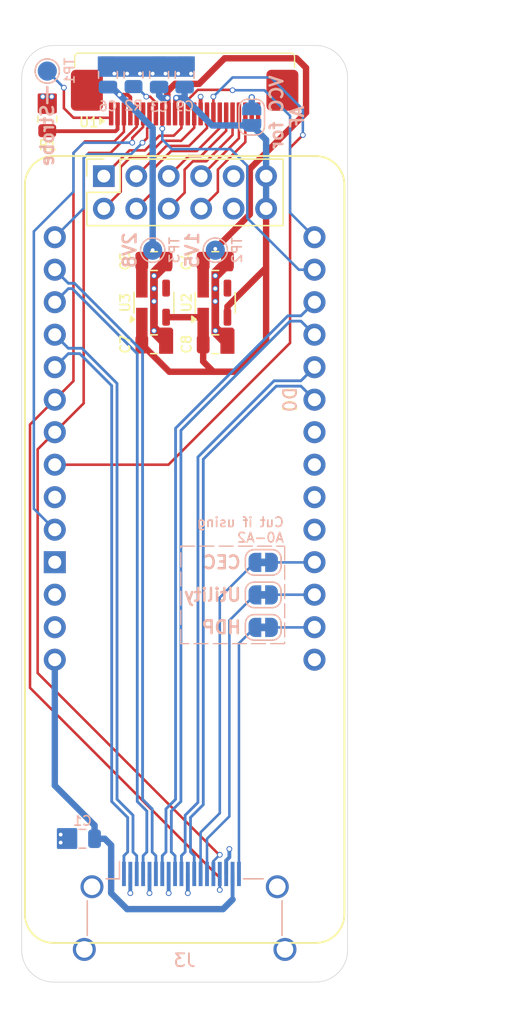
<source format=kicad_pcb>
(kicad_pcb (version 20241229) (generator "pcbnew") (generator_version "9.0")
  (layers (0 "F.Cu" signal) (4 "In1.Cu" signal) (6 "In2.Cu" signal) (2 "B.Cu" signal) (13 "F.Paste" user) (15 "B.Paste" user) (5 "F.SilkS" user "F.Silkscreen") (7 "B.SilkS" user "B.Silkscreen") (1 "F.Mask" user) (3 "B.Mask" user) (25 "Edge.Cuts" user))
  (net 0 "")
  (net 1 "/HDMI_D2+")
  (net 2 "/SDA")
  (net 3 "+5V")
  (net 4 "GND")
  (net 5 "/HDMI_D0+")
  (net 6 "/HDMI_HPD")
  (net 7 "/HDMI_D2-")
  (net 8 "/SCL")
  (net 9 "/HDMI_CK-")
  (net 10 "/HDMI_D1+")
  (net 11 "/HDMI_CK+")
  (net 12 "/HDMI_Utility")
  (net 13 "/HDMI_D0-")
  (net 14 "+3V3")
  (net 16 "/CAM_PCLK")
  (net 18 "/RST")
  (net 19 "/CAM_VSYNC")
  (net 20 "/CAM_HSYNC")
  (net 21 "/HDMI_D1-")
  (net 22 "/HDMI_CEC")
  (net 24 "+1V5")
  (net 26 "+2V8")
  (net 27 "/FPGA_CEC")
  (net 28 "/FPGA_HPD")
  (net 29 "/FPGA_Utility")
  (net 30 "GNDA")
  (net 31 "Net-(U1-PDWN)")
  (net 32 "/Strobe")
  (net 33 "/CAM_CLK")
  (net 35 "/CAM_D2")
  (net 36 "/CAM_D8")
  (net 37 "/CAM_D9")
  (net 38 "/CAM_D5")
  (net 39 "/CAM_D4")
  (net 40 "/CAM_D7")
  (net 41 "/CAM_D6")
  (net 42 "/CAM_D3")
  (net 43 "Net-(JP4-B)")
  (footprint "Capacitor_SMD:C_0805_2012Metric" (layer "F.Cu") (at 137.6 65.35)
    (property "Reference" "C5")
    (property "Value" "10u")
  )
  (footprint "Connector_PinSocket_2.54mm:PinSocket_2x06_P2.54mm_Vertical" (layer "F.Cu") (at 133.675 58.71 90)
    (property "Reference" "J2" (hide yes))
    (property "Value" "Conn_02x06_Odd_Even")
  )
  (footprint "Connectors_FFC-FPC_Custom:XYECONN_FPC02-S0.5-24AH2.0_24Pin_P0.5mm" (layer "F.Cu") (at 140 52)
    (property "Reference" "U1")
    (property "Value" "OV5640")
  )
  (footprint "Capacitor_SMD:C_0805_2012Metric" (layer "F.Cu") (at 142.4 71.85)
    (property "Reference" "C8")
    (property "Value" "10u")
  )
  (footprint "Package_TO_SOT_SMD:SOT-23-5" (layer "F.Cu") (at 142.4 68.6 90)
    (property "Reference" "U2")
    (property "Value" "TLV71315PDBV")
  )
  (footprint "arduino-library:Arduino_MKR_Zero_Socket" (layer "F.Cu") (at 129.75 116.39 90)
    (property "Reference" "J1" (hide yes))
    (property "Value" "Arduino_MKR_Zero_Socket")
  )
  (footprint "Resistor_SMD:R_0805_2012Metric" (layer "F.Cu") (at 129.25 54.25 90)
    (property "Reference" "R1")
    (property "Value" "0R")
  )
  (footprint "Capacitor_SMD:C_0805_2012Metric" (layer "F.Cu") (at 137.6 71.85)
    (property "Reference" "C7")
    (property "Value" "10u")
  )
  (footprint "Package_TO_SOT_SMD:SOT-23-5" (layer "F.Cu") (at 137.6 68.6 90)
    (property "Reference" "U3")
    (property "Value" "TLV71328PDBV")
  )
  (footprint "Capacitor_SMD:C_0805_2012Metric" (layer "F.Cu") (at 142.4 65.35)
    (property "Reference" "C4")
    (property "Value" "10u")
  )
  (footprint "Jumper:SolderJumper-2_P1.3mm_Bridged_RoundedPad1.0x1.5mm" (layer "B.Cu") (at 146.15 93.98 180)
    (property "Reference" "JP3" (hide yes))
    (property "Value" "SolderJumper_2_Bridged")
  )
  (footprint "Resistor_SMD:R_0805_2012Metric" (layer "B.Cu") (at 136 50.8 90)
    (property "Reference" "R2")
    (property "Value" "10k")
  )
  (footprint "Capacitor_SMD:C_0805_2012Metric" (layer "B.Cu") (at 134 50.8 90)
    (property "Reference" "C6")
    (property "Value" "100n")
  )
  (footprint "Jumper:SolderJumper-2_P1.3mm_Bridged_RoundedPad1.0x1.5mm" (layer "B.Cu") (at 146.15 88.9 180)
    (property "Reference" "JP1" (hide yes))
    (property "Value" "SolderJumper_2_Bridged")
  )
  (footprint "TestPoint:TestPoint_Pad_D1.5mm" (layer "B.Cu") (at 137.5 64.5 180)
    (property "Reference" "TP3")
    (property "Value" "TestPoint")
  )
  (footprint "Capacitor_SMD:C_0805_2012Metric" (layer "B.Cu") (at 132 110.5 180)
    (property "Reference" "C1")
    (property "Value" "100n")
  )
  (footprint "Jumper:SolderJumper-2_P1.3mm_Bridged_RoundedPad1.0x1.5mm" (layer "B.Cu") (at 146.15 91.44 180)
    (property "Reference" "JP2" (hide yes))
    (property "Value" "SolderJumper_2_Bridged")
  )
  (footprint "Connector_Video:HDMI_A_Amphenol_10029449-x01xLF_Horizontal" (layer "B.Cu") (at 140 118.25 180)
    (property "Reference" "J3")
    (property "Value" "HDMI_A")
  )
  (footprint "TestPoint:TestPoint_Pad_D1.5mm" (layer "B.Cu") (at 129.25 50.5 180)
    (property "Reference" "TP1")
    (property "Value" "TestPoint_Small")
  )
  (footprint "Jumper:SolderJumper-2_P1.3mm_Open_RoundedPad1.0x1.5mm" (layer "B.Cu") (at 145.25 54.1 90)
    (property "Reference" "JP4" (hide yes))
    (property "Value" "SolderJumper_2_Open")
  )
  (footprint "TestPoint:TestPoint_Pad_D1.5mm" (layer "B.Cu") (at 142.4 64.5 180)
    (property "Reference" "TP2")
    (property "Value" "TestPoint")
  )
  (footprint "Capacitor_SMD:C_0805_2012Metric" (layer "B.Cu") (at 138 50.8 90)
    (property "Reference" "C3")
    (property "Value" "100n")
  )
  (footprint "Capacitor_SMD:C_0805_2012Metric" (layer "B.Cu") (at 140 50.8 -90)
    (property "Reference" "C9")
    (property "Value" "100n")
  )
  (gr_line (start 129.25 51.75) (end 129.25 53) (stroke (width 0.2)) (layer "B.SilkS"))
  (gr_rect (start 139.7 87.63) (end 147.828 95.25) (stroke (width 0.1) (type dash)) (fill no) (layer "B.SilkS"))
  (gr_line (start 127.25 51) (end 127.25 119.2) (stroke (width 0.05)) (layer "Edge.Cuts"))
  (gr_arc (start 127.25 51) (mid 127.982233 49.232233) (end 129.75 48.5) (stroke (width 0.05)) (layer "Edge.Cuts"))
  (gr_line (start 152.75 51) (end 152.75 119.2) (stroke (width 0.05)) (layer "Edge.Cuts"))
  (gr_arc (start 150.25 48.5) (mid 152.017767 49.232233) (end 152.75 51) (stroke (width 0.05)) (layer "Edge.Cuts"))
  (gr_arc (start 129.75 121.7) (mid 127.982233 120.967767) (end 127.25 119.2) (stroke (width 0.05)) (layer "Edge.Cuts"))
  (gr_arc (start 152.75 119.2) (mid 152.017767 120.967767) (end 150.25 121.7) (stroke (width 0.05)) (layer "Edge.Cuts"))
  (gr_line (start 129.75 121.7) (end 150.25 121.7) (stroke (width 0.05)) (layer "Edge.Cuts"))
  (gr_line (start 150.25 48.5) (end 129.75 48.5) (stroke (width 0.05)) (layer "Edge.Cuts"))
  (gr_text "Utility" (at 144.526 91.44 0) (layer "B.SilkS") (effects (font (size 1 1) (thickness 0.2) (bold yes)) (justify left mirror)))
  (gr_text "VCC for \nAF" (at 148 54.1 90) (layer "B.SilkS") (effects (font (size 1 1) (thickness 0.2) (bold yes)) (justify mirror)))
  (gr_text "2V8" (at 135.7 64.5 90) (layer "B.SilkS") (effects (font (size 1 1) (thickness 0.2) (bold yes)) (justify mirror)))
  (gr_text "CEC" (at 144.5 88.9 0) (layer "B.SilkS") (effects (font (size 1 1) (thickness 0.2) (bold yes)) (justify left mirror)))
  (gr_text "1V5" (at 140.6 64.5 90) (layer "B.SilkS") (effects (font (size 1 1) (thickness 0.2) (bold yes)) (justify mirror)))
  (gr_text "HDP" (at 144.526 93.98 0) (layer "B.SilkS") (effects (font (size 1 1) (thickness 0.2) (bold yes)) (justify left mirror)))
  (gr_text "Strobe" (at 129.25 53 90) (layer "B.SilkS") (effects (font (size 1 1) (thickness 0.2) (bold yes)) (justify left mirror)))
  (gr_text_box "Cut if using A0-A2" (start 139.7 85.09) (end 148.844 87.63) (margins 1.0025 1.0025 1.0025 1.0025) (layer "B.SilkS") (effects (font (size 0.75 0.75) (thickness 0.13) (bold yes)) (justify left mirror)) (border no))
  (segment (start 135.25 111.824999) (end 135.5409 111.534099) (width 0.2182) (layer "B.Cu") (net 1))
  (segment (start 135.5409 111.534099) (end 135.5409 108.836612) (width 0.2182) (layer "B.Cu") (net 1))
  (segment (start 131.788589 72.584301) (end 130.900899 72.584301) (width 0.2182) (layer "B.Cu") (net 1))
  (segment (start 134.2909 75.086612) (end 131.788589 72.584301) (width 0.2182) (layer "B.Cu") (net 1))
  (segment (start 135.5409 108.836612) (end 134.2909 107.586612) (width 0.2182) (layer "B.Cu") (net 1))
  (segment (start 134.2909 107.586612) (end 134.2909 75.086612) (width 0.2182) (layer "B.Cu") (net 1))
  (segment (start 130.900899 72.584301) (end 129.84 73.6452) (width 0.2182) (layer "B.Cu") (net 1))
  (segment (start 135.25 113.25) (end 135.25 111.824999) (width 0.2182) (layer "B.Cu") (net 1))
  (segment (start 131.3 74.7252) (end 129.84 76.1852) (width 0.2) (layer "F.Cu") (net 2))
  (segment (start 132.2 56) (end 131.3 56.9) (width 0.2) (layer "F.Cu") (net 2))
  (segment (start 134.5 56) (end 132.2 56) (width 0.2) (layer "F.Cu") (net 2))
  (segment (start 127.9 78.1252) (end 129.84 76.1852) (width 0.2) (layer "F.Cu") (net 2))
  (segment (start 131.3 56.9) (end 131.3 74.7252) (width 0.2) (layer "F.Cu") (net 2))
  (segment (start 127.9 98.7) (end 127.9 78.1252) (width 0.2) (layer "F.Cu") (net 2))
  (segment (start 135.25 55.25) (end 134.5 56) (width 0.2) (layer "F.Cu") (net 2))
  (segment (start 135.25 53.85) (end 135.25 55.25) (width 0.2) (layer "F.Cu") (net 2))
  (segment (start 142.75 113.55) (end 127.9 98.7) (width 0.2) (layer "F.Cu") (net 2))
  (segment (start 142.75 114.5) (end 142.75 113.55) (width 0.2) (layer "F.Cu") (net 2))
  (via (at 142.75 114.5) (size 0.45) (drill 0.3) (layers "F.Cu" "B.Cu") (net 2))
  (segment (start 142.75 113.25) (end 142.75 114.5) (width 0.2) (layer "B.Cu") (net 2))
  (segment (start 133.75 110.5) (end 132.95 110.5) (width 0.5) (layer "B.Cu") (net 3))
  (segment (start 129.84 106.34) (end 129.84 105.25) (width 0.5) (layer "B.Cu") (net 3))
  (segment (start 134.25 114.75) (end 134.25 111) (width 0.5) (layer "B.Cu") (net 3))
  (segment (start 135.5 116) (end 134.25 114.75) (width 0.5) (layer "B.Cu") (net 3))
  (segment (start 143.75 115.25) (end 143 116) (width 0.5) (layer "B.Cu") (net 3))
  (segment (start 132.95 109.45) (end 129.84 106.34) (width 0.5) (layer "B.Cu") (net 3))
  (segment (start 134.25 111) (end 133.75 110.5) (width 0.5) (layer "B.Cu") (net 3))
  (segment (start 129.84 96.5052) (end 129.84 105.25) (width 0.5) (layer "B.Cu") (net 3))
  (segment (start 143 116) (end 135.5 116) (width 0.5) (layer "B.Cu") (net 3))
  (segment (start 132.95 110.5) (end 132.95 109.45) (width 0.5) (layer "B.Cu") (net 3))
  (segment (start 143.75 113.25) (end 143.75 115.25) (width 0.3) (layer "B.Cu") (net 3))
  (segment (start 141.25 53.85) (end 141.25 52.5) (width 0.3) (layer "F.Cu") (net 4))
  (via (at 130.3 110.174997) (size 0.45) (drill 0.3) (layers "F.Cu" "B.Cu") (net 4))
  (via (at 143.5 111.3) (size 0.45) (drill 0.3) (layers "F.Cu" "B.Cu") (net 4))
  (via (at 142.4 67.5) (size 0.45) (drill 0.3) (layers "F.Cu" "B.Cu") (net 4))
  (via (at 130.3 110.8) (size 0.45) (drill 0.3) (layers "F.Cu" "B.Cu") (net 4))
  (via (at 140.25 114.75) (size 0.45) (drill 0.3) (layers "F.Cu" "B.Cu") (net 4))
  (via (at 134.5 50.7) (size 0.45) (drill 0.3) (layers "F.Cu" "B.Cu") (net 4))
  (via (at 135.5 50.7) (size 0.45) (drill 0.3) (layers "F.Cu" "B.Cu") (net 4))
  (via (at 136.5 50.7) (size 0.45) (drill 0.3) (layers "F.Cu" "B.Cu") (net 4))
  (via (at 135.75 114.75) (size 0.45) (drill 0.3) (layers "F.Cu" "B.Cu") (net 4))
  (via (at 137.5 50.7) (size 0.45) (drill 0.3) (layers "F.Cu" "B.Cu") (net 4))
  (via (at 138.75 114.75) (size 0.45) (drill 0.3) (layers "F.Cu" "B.Cu") (net 4))
  (via (at 139.5 50.7) (size 0.45) (drill 0.3) (layers "F.Cu" "B.Cu") (net 4))
  (via (at 137.6 70.8) (size 0.45) (drill 0.3) (layers "F.Cu" "B.Cu") (net 4))
  (via (at 142.4 68.5) (size 0.45) (drill 0.3) (layers "F.Cu" "B.Cu") (net 4))
  (via (at 142.4 70.8) (size 0.45) (drill 0.3) (layers "F.Cu" "B.Cu") (net 4))
  (via (at 137.6 67.5) (size 0.45) (drill 0.3) (layers "F.Cu" "B.Cu") (net 4))
  (via (at 128.9 52.5) (size 0.45) (drill 0.3) (layers "F.Cu" "B.Cu") (net 4))
  (via (at 129.6 52.5) (size 0.45) (drill 0.3) (layers "F.Cu" "B.Cu") (net 4))
  (via (at 137.6 66.5) (size 0.45) (drill 0.3) (layers "F.Cu" "B.Cu") (net 4))
  (via (at 138.5 50.7) (size 0.45) (drill 0.3) (layers "F.Cu" "B.Cu") (net 4))
  (via (at 137.6 68.5) (size 0.45) (drill 0.3) (layers "F.Cu" "B.Cu") (net 4))
  (via (at 140.5 50.7) (size 0.45) (drill 0.3) (layers "F.Cu" "B.Cu") (net 4))
  (via (at 137.25 114.75) (size 0.45) (drill 0.3) (layers "F.Cu" "B.Cu") (net 4))
  (via (at 142.4 66.5) (size 0.45) (drill 0.3) (layers "F.Cu" "B.Cu") (net 4))
  (via (at 141.25 52.5) (size 0.45) (drill 0.3) (layers "F.Cu" "B.Cu") (net 4))
  (segment (start 143.25 112.199) (end 143.5 111.949) (width 0.3) (layer "B.Cu") (net 4))
  (segment (start 137.25 114.75) (end 137.25 113.25) (width 0.3) (layer "B.Cu") (net 4))
  (segment (start 135.75 114.75) (end 135.75 113.25) (width 0.3) (layer "B.Cu") (net 4))
  (segment (start 143.5 111.949) (end 143.5 111.3) (width 0.3) (layer "B.Cu") (net 4))
  (segment (start 138.75 114.75) (end 138.75 113.25) (width 0.3) (layer "B.Cu") (net 4))
  (segment (start 140.25 114.75) (end 140.25 113.25) (width 0.3) (layer "B.Cu") (net 4))
  (segment (start 143.25 113.25) (end 143.25 112.199) (width 0.3) (layer "B.Cu") (net 4))
  (segment (start 139.2909 78.413388) (end 148.078189 69.626099) (width 0.2182) (layer "B.Cu") (net 5))
  (segment (start 139.2909 107.413388) (end 139.2909 78.413388) (width 0.2182) (layer "B.Cu") (net 5))
  (segment (start 138.5409 111.534099) (end 138.5409 108.163388) (width 0.2182) (layer "B.Cu") (net 5))
  (segment (start 138.5409 108.163388) (end 139.2909 107.413388) (width 0.2182) (layer "B.Cu") (net 5))
  (segment (start 148.078189 69.626099) (end 149.099101 69.626099) (width 0.2182) (layer "B.Cu") (net 5))
  (segment (start 138.25 111.824999) (end 138.5409 111.534099) (width 0.2182) (layer "B.Cu") (net 5))
  (segment (start 138.25 113.25) (end 138.25 111.824999) (width 0.2182) (layer "B.Cu") (net 5))
  (segment (start 149.099101 69.626099) (end 150.16 68.5652) (width 0.2182) (layer "B.Cu") (net 5))
  (segment (start 144.25 95.23) (end 145.5 93.98) (width 0.2) (layer "B.Cu") (net 6))
  (segment (start 144.25 113.25) (end 144.25 95.23) (width 0.2) (layer "B.Cu") (net 6))
  (segment (start 135.9591 111.534099) (end 135.9591 108.663388) (width 0.2182) (layer "B.Cu") (net 7))
  (segment (start 136.25 111.824999) (end 135.9591 111.534099) (width 0.2182) (layer "B.Cu") (net 7))
  (segment (start 136.25 113.25) (end 136.25 111.824999) (width 0.2182) (layer "B.Cu") (net 7))
  (segment (start 135.9591 108.663388) (end 134.7091 107.413388) (width 0.2182) (layer "B.Cu") (net 7))
  (segment (start 134.7091 74.913388) (end 131.961811 72.166099) (width 0.2182) (layer "B.Cu") (net 7))
  (segment (start 134.7091 107.413388) (end 134.7091 74.913388) (width 0.2182) (layer "B.Cu") (net 7))
  (segment (start 131.961811 72.166099) (end 130.900899 72.166099) (width 0.2182) (layer "B.Cu") (net 7))
  (segment (start 130.900899 72.166099) (end 129.84 71.1052) (width 0.2182) (layer "B.Cu") (net 7))
  (segment (start 128.5 97.55) (end 128.5 80.0652) (width 0.2) (layer "F.Cu") (net 8))
  (segment (start 132.1 76.4652) (end 132.1 57.3) (width 0.2) (layer "F.Cu") (net 8))
  (segment (start 132.1 57.3) (end 132.5 56.9) (width 0.2) (layer "F.Cu") (net 8))
  (segment (start 128.5 80.0652) (end 129.84 78.7252) (width 0.2) (layer "F.Cu") (net 8))
  (segment (start 129.84 78.7252) (end 132.1 76.4652) (width 0.2) (layer "F.Cu") (net 8))
  (segment (start 132.5 56.9) (end 134.2 56.9) (width 0.2) (layer "F.Cu") (net 8))
  (segment (start 136.25 54.85) (end 136.25 53.85) (width 0.2) (layer "F.Cu") (net 8))
  (segment (start 134.2 56.9) (end 136.25 54.85) (width 0.2) (layer "F.Cu") (net 8))
  (segment (start 142.75 111.75) (end 142.7 111.75) (width 0.2) (layer "F.Cu") (net 8))
  (segment (start 142.7 111.75) (end 128.5 97.55) (width 0.2) (layer "F.Cu") (net 8))
  (via (at 142.75 111.75) (size 0.45) (drill 0.3) (layers "F.Cu" "B.Cu") (net 8))
  (segment (start 142.25 113.25) (end 142.25 112.25) (width 0.2) (layer "B.Cu") (net 8))
  (segment (start 142.25 112.25) (end 142.75 111.75) (width 0.2) (layer "B.Cu") (net 8))
  (segment (start 140.75 113.25) (end 140.75 111.824999) (width 0.2182) (layer "B.Cu") (net 9))
  (segment (start 147.171411 75.124301) (end 149.099101 75.124301) (width 0.2182) (layer "B.Cu") (net 9))
  (segment (start 140.4591 111.534099) (end 140.4591 108.836612) (width 0.2182) (layer "B.Cu") (net 9))
  (segment (start 149.099101 75.124301) (end 150.16 76.1852) (width 0.2182) (layer "B.Cu") (net 9))
  (segment (start 140.4591 108.836612) (end 141.4591 107.836612) (width 0.2182) (layer "B.Cu") (net 9))
  (segment (start 141.4591 107.836612) (end 141.4591 80.836612) (width 0.2182) (layer "B.Cu") (net 9))
  (segment (start 141.4591 80.836612) (end 147.171411 75.124301) (width 0.2182) (layer "B.Cu") (net 9))
  (segment (start 140.75 111.824999) (end 140.4591 111.534099) (width 0.2182) (layer "B.Cu") (net 9))
  (segment (start 137.0409 108.336612) (end 136.2909 107.586612) (width 0.2182) (layer "B.Cu") (net 10))
  (segment (start 136.75 113.25) (end 136.75 111.824999) (width 0.2182) (layer "B.Cu") (net 10))
  (segment (start 136.2909 72.586612) (end 131.208589 67.504301) (width 0.2182) (layer "B.Cu") (net 10))
  (segment (start 136.2909 107.586612) (end 136.2909 72.586612) (width 0.2182) (layer "B.Cu") (net 10))
  (segment (start 131.208589 67.504301) (end 130.900899 67.504301) (width 0.2182) (layer "B.Cu") (net 10))
  (segment (start 137.0409 111.534099) (end 137.0409 108.336612) (width 0.2182) (layer "B.Cu") (net 10))
  (segment (start 130.900899 67.504301) (end 129.84 68.5652) (width 0.2182) (layer "B.Cu") (net 10))
  (segment (start 136.75 111.824999) (end 137.0409 111.534099) (width 0.2182) (layer "B.Cu") (net 10))
  (segment (start 141.0409 80.663388) (end 146.998189 74.706099) (width 0.2182) (layer "B.Cu") (net 11))
  (segment (start 146.998189 74.706099) (end 149.099101 74.706099) (width 0.2182) (layer "B.Cu") (net 11))
  (segment (start 149.099101 74.706099) (end 150.16 73.6452) (width 0.2182) (layer "B.Cu") (net 11))
  (segment (start 139.75 113.25) (end 139.75 111.824999) (width 0.2182) (layer "B.Cu") (net 11))
  (segment (start 139.75 111.824999) (end 140.0409 111.534099) (width 0.2182) (layer "B.Cu") (net 11))
  (segment (start 140.0409 108.663388) (end 141.0409 107.663388) (width 0.2182) (layer "B.Cu") (net 11))
  (segment (start 140.0409 111.534099) (end 140.0409 108.663388) (width 0.2182) (layer "B.Cu") (net 11))
  (segment (start 141.0409 107.663388) (end 141.0409 80.663388) (width 0.2182) (layer "B.Cu") (net 11))
  (segment (start 141.75 110.5) (end 143.5 108.75) (width 0.2) (layer "B.Cu") (net 12))
  (segment (start 143.5 93.44) (end 145.5 91.44) (width 0.2) (layer "B.Cu") (net 12))
  (segment (start 143.5 108.75) (end 143.5 93.44) (width 0.2) (layer "B.Cu") (net 12))
  (segment (start 141.75 113.25) (end 141.75 110.5) (width 0.2) (layer "B.Cu") (net 12))
  (segment (start 141.75 113.25) (end 141.799 113.201) (width 0.2) (layer "B.Cu") (net 12))
  (segment (start 138.9591 111.534099) (end 138.9591 108.336612) (width 0.2182) (layer "B.Cu") (net 13))
  (segment (start 139.25 113.25) (end 139.25 111.824999) (width 0.2182) (layer "B.Cu") (net 13))
  (segment (start 149.099101 70.044301) (end 150.16 71.1052) (width 0.2182) (layer "B.Cu") (net 13))
  (segment (start 139.25 111.824999) (end 138.9591 111.534099) (width 0.2182) (layer "B.Cu") (net 13))
  (segment (start 139.7091 107.586612) (end 139.7091 78.586612) (width 0.2182) (layer "B.Cu") (net 13))
  (segment (start 139.7091 78.586612) (end 148.251411 70.044301) (width 0.2182) (layer "B.Cu") (net 13))
  (segment (start 148.251411 70.044301) (end 149.099101 70.044301) (width 0.2182) (layer "B.Cu") (net 13))
  (segment (start 138.9591 108.336612) (end 139.7091 107.586612) (width 0.2182) (layer "B.Cu") (net 13))
  (segment (start 143.75 74) (end 142.25 74) (width 0.5) (layer "F.Cu") (net 14))
  (segment (start 146.375 65.875) (end 143.35 68.9) (width 0.5) (layer "F.Cu") (net 14))
  (segment (start 142.25 74) (end 141.45 73.2) (width 0.5) (layer "F.Cu") (net 14))
  (segment (start 146.375 65.875) (end 146.375 71.625) (width 0.5) (layer "F.Cu") (net 14))
  (segment (start 141.45 73.2) (end 141.45 71.85) (width 0.5) (layer "F.Cu") (net 14))
  (segment (start 139.25 52.7) (end 139.35 52.6) (width 0.3) (layer "F.Cu") (net 14))
  (segment (start 146.375 61.25) (end 146.375 65.875) (width 0.5) (layer "F.Cu") (net 14))
  (segment (start 146.375 71.625) (end 144 74) (width 0.5) (layer "F.Cu") (net 14))
  (segment (start 144 74) (end 143.75 74) (width 0.5) (layer "F.Cu") (net 14))
  (segment (start 136.65 71.85) (end 138.8 74) (width 0.5) (layer "F.Cu") (net 14))
  (segment (start 143.35 68.9) (end 143.35 69.7375) (width 0.5) (layer "F.Cu") (net 14))
  (segment (start 138.8 74) (end 143.75 74) (width 0.5) (layer "F.Cu") (net 14))
  (segment (start 139.25 53.85) (end 139.25 52.7) (width 0.3) (layer "F.Cu") (net 14))
  (segment (start 141.45 69.7375) (end 138.55 69.7375) (width 0.5) (layer "F.Cu") (net 14))
  (via (at 139.35 52.6) (size 0.45) (drill 0.3) (layers "F.Cu" "B.Cu") (net 14))
  (segment (start 140 52.6) (end 140 51.75) (width 0.5) (layer "B.Cu") (net 14))
  (segment (start 146.375 58.71) (end 146.375 55.875) (width 0.5) (layer "B.Cu") (net 14))
  (segment (start 146.375 55.875) (end 145.25 54.75) (width 0.5) (layer "B.Cu") (net 14))
  (segment (start 146.375 58.71) (end 146.11 58.71) (width 0.5) (layer "B.Cu") (net 14))
  (segment (start 139.35 52.6) (end 140 52.6) (width 0.5) (layer "B.Cu") (net 14))
  (segment (start 142.15 54.75) (end 145.25 54.75) (width 0.5) (layer "B.Cu") (net 14))
  (segment (start 146.375 61.25) (end 146.375 58.71) (width 0.5) (layer "B.Cu") (net 14))
  (segment (start 140 52.6) (end 142.15 54.75) (width 0.5) (layer "B.Cu") (net 14))
  (segment (start 148.25 71.75) (end 138.7348 81.2652) (width 0.2) (layer "F.Cu") (net 16))
  (segment (start 148.25 56.5) (end 148.25 71.75) (width 0.2) (layer "F.Cu") (net 16))
  (segment (start 142.25 53.85) (end 142.25 52.5) (width 0.2) (layer "F.Cu") (net 16))
  (segment (start 149.25 55.5) (end 148.25 56.5) (width 0.2) (layer "F.Cu") (net 16))
  (segment (start 138.7348 81.2652) (end 129.84 81.2652) (width 0.2) (layer "F.Cu") (net 16))
  (via (at 142.25 52.5) (size 0.45) (drill 0.3) (layers "F.Cu" "B.Cu") (net 16))
  (via (at 149.25 55.5) (size 0.45) (drill 0.3) (layers "F.Cu" "B.Cu") (net 16))
  (segment (start 143.75 51) (end 142.25 52.5) (width 0.2) (layer "B.Cu") (net 16))
  (segment (start 149.25 55.5) (end 149.25 53.5) (width 0.2) (layer "B.Cu") (net 16))
  (segment (start 149.25 53.5) (end 146.75 51) (width 0.2) (layer "B.Cu") (net 16))
  (segment (start 146.75 51) (end 143.75 51) (width 0.2) (layer "B.Cu") (net 16))
  (segment (start 136.75 54.873374) (end 136.75 53.85) (width 0.2) (layer "F.Cu") (net 18))
  (segment (start 135.9 55.723374) (end 136.75 54.873374) (width 0.2) (layer "F.Cu") (net 18))
  (segment (start 135.9 56.1) (end 135.9 55.723374) (width 0.2) (layer "F.Cu") (net 18))
  (via (at 135.9 56.1) (size 0.45) (drill 0.3) (layers "F.Cu" "B.Cu") (net 18))
  (segment (start 131.3 56.9) (end 132.1 56.1) (width 0.2) (layer "B.Cu") (net 18))
  (segment (start 128.2 84.7052) (end 128.2 63.03445) (width 0.2) (layer "B.Cu") (net 18))
  (segment (start 128.2 63.03445) (end 131.3 59.93445) (width 0.2) (layer "B.Cu") (net 18))
  (segment (start 131.3 59.93445) (end 131.3 56.9) (width 0.2) (layer "B.Cu") (net 18))
  (segment (start 132.1 56.1) (end 135.9 56.1) (width 0.2) (layer "B.Cu") (net 18))
  (segment (start 129.84 86.3452) (end 128.2 84.7052) (width 0.2) (layer "B.Cu") (net 18))
  (segment (start 137.25 54.799052) (end 137.25 53.85) (width 0.2) (layer "F.Cu") (net 19))
  (segment (start 137.069 55.731) (end 137.069 54.980052) (width 0.2) (layer "F.Cu") (net 19))
  (segment (start 136.7 56.1) (end 137.069 55.731) (width 0.2) (layer "F.Cu") (net 19))
  (segment (start 137.069 54.980052) (end 137.25 54.799052) (width 0.2) (layer "F.Cu") (net 19))
  (via (at 136.7 56.1) (size 0.45) (drill 0.3) (layers "F.Cu" "B.Cu") (net 19))
  (segment (start 132.1 61.2252) (end 132.1 57.3) (width 0.2) (layer "B.Cu") (net 19))
  (segment (start 135.8 57) (end 136.7 56.1) (width 0.2) (layer "B.Cu") (net 19))
  (segment (start 129.84 63.4852) (end 132.1 61.2252) (width 0.2) (layer "B.Cu") (net 19))
  (segment (start 132.1 57.3) (end 132.4 57) (width 0.2) (layer "B.Cu") (net 19))
  (segment (start 132.4 57) (end 135.8 57) (width 0.2) (layer "B.Cu") (net 19))
  (segment (start 138.25 53.85) (end 138.25 55) (width 0.2) (layer "F.Cu") (net 20))
  (via (at 138.25 55) (size 0.45) (drill 0.3) (layers "F.Cu" "B.Cu") (net 20))
  (segment (start 138.25 55.85) (end 139 56.6) (width 0.2) (layer "B.Cu") (net 20))
  (segment (start 138.25 55) (end 138.25 55.85) (width 0.2) (layer "B.Cu") (net 20))
  (segment (start 148.938686 66.0252) (end 150.16 66.0252) (width 0.2) (layer "B.Cu") (net 20))
  (segment (start 143.6 56.6) (end 144.9 57.9) (width 0.2) (layer "B.Cu") (net 20))
  (segment (start 139 56.6) (end 143.6 56.6) (width 0.2) (layer "B.Cu") (net 20))
  (segment (start 144.9 61.986514) (end 148.938686 66.0252) (width 0.2) (layer "B.Cu") (net 20))
  (segment (start 144.9 57.9) (end 144.9 61.986514) (width 0.2) (layer "B.Cu") (net 20))
  (segment (start 131.381811 67.086099) (end 130.900899 67.086099) (width 0.2182) (layer "B.Cu") (net 21))
  (segment (start 136.7091 107.413388) (end 136.7091 72.413388) (width 0.2182) (layer "B.Cu") (net 21))
  (segment (start 137.75 111.824999) (end 137.4591 111.534099) (width 0.2182) (layer "B.Cu") (net 21))
  (segment (start 137.4591 108.163388) (end 136.7091 107.413388) (width 0.2182) (layer "B.Cu") (net 21))
  (segment (start 137.75 113.25) (end 137.75 111.824999) (width 0.2182) (layer "B.Cu") (net 21))
  (segment (start 130.900899 67.086099) (end 129.84 66.0252) (width 0.2182) (layer "B.Cu") (net 21))
  (segment (start 137.4591 111.534099) (end 137.4591 108.163388) (width 0.2182) (layer "B.Cu") (net 21))
  (segment (start 136.7091 72.413388) (end 131.381811 67.086099) (width 0.2182) (layer "B.Cu") (net 21))
  (segment (start 141.25 110) (end 142.75 108.5) (width 0.2) (layer "B.Cu") (net 22))
  (segment (start 142.75 108.5) (end 142.75 91.65) (width 0.2) (layer "B.Cu") (net 22))
  (segment (start 141.25 113.25) (end 141.25 110) (width 0.2) (layer "B.Cu") (net 22))
  (segment (start 142.75 91.65) (end 145.5 88.9) (width 0.2) (layer "B.Cu") (net 22))
  (segment (start 138.75 53.85) (end 138.75 52.7) (width 0.3) (layer "F.Cu") (net 24))
  (segment (start 138.65 52.1) (end 138.65 52.6) (width 0.5) (layer "F.Cu") (net 24))
  (segment (start 149.5 53.75) (end 149.5 50.25) (width 0.5) (layer "F.Cu") (net 24))
  (segment (start 148.75 49.5) (end 143.13 49.5) (width 0.5) (layer "F.Cu") (net 24))
  (segment (start 141.45 65.35) (end 142.4 64.4) (width 0.5) (layer "F.Cu") (net 24))
  (segment (start 142.4 64.4) (end 145.1 61.7) (width 0.5) (layer "F.Cu") (net 24))
  (segment (start 145.1 58.15) (end 149.5 53.75) (width 0.5) (layer "F.Cu") (net 24))
  (segment (start 138.75 52.7) (end 138.65 52.6) (width 0.3) (layer "F.Cu") (net 24))
  (segment (start 149.5 50.25) (end 148.75 49.5) (width 0.5) (layer "F.Cu") (net 24))
  (segment (start 141.13 51.5) (end 139.25 51.5) (width 0.5) (layer "F.Cu") (net 24))
  (segment (start 145.1 61.7) (end 145.1 58.15) (width 0.5) (layer "F.Cu") (net 24))
  (segment (start 143.13 49.5) (end 141.13 51.5) (width 0.5) (layer "F.Cu") (net 24))
  (segment (start 139.25 51.5) (end 138.65 52.1) (width 0.5) (layer "F.Cu") (net 24))
  (via (at 138.65 52.6) (size 0.45) (drill 0.3) (layers "F.Cu" "B.Cu") (net 24))
  (via (at 142.4 64.4) (size 0.45) (drill 0.3) (layers "F.Cu" "B.Cu") (net 24))
  (segment (start 138.2 52.6) (end 138 52.4) (width 0.5) (layer "B.Cu") (net 24))
  (segment (start 138.65 52.6) (end 138.2 52.6) (width 0.5) (layer "B.Cu") (net 24))
  (segment (start 138 52.4) (end 138 51.75) (width 0.5) (layer "B.Cu") (net 24))
  (segment (start 135.75 52.55) (end 135.75 53.85) (width 0.3) (layer "F.Cu") (net 26))
  (segment (start 135.55 52.35) (end 135.75 52.55) (width 0.3) (layer "F.Cu") (net 26))
  (segment (start 137.5 64.5) (end 136.65 65.35) (width 0.5) (layer "F.Cu") (net 26))
  (segment (start 134.9 52.35) (end 135.55 52.35) (width 0.3) (layer "F.Cu") (net 26))
  (via (at 134.9 52.35) (size 0.45) (drill 0.3) (layers "F.Cu" "B.Cu") (net 26))
  (via (at 137.5 64.5) (size 0.45) (drill 0.3) (layers "F.Cu" "B.Cu") (net 26))
  (segment (start 134.3 51.75) (end 134.9 52.35) (width 0.5) (layer "B.Cu") (net 26))
  (segment (start 137.5 54.95) (end 134.9 52.35) (width 0.5) (layer "B.Cu") (net 26))
  (segment (start 134 51.75) (end 134.3 51.75) (width 0.5) (layer "B.Cu") (net 26))
  (segment (start 137.5 64.5) (end 137.5 54.95) (width 0.5) (layer "B.Cu") (net 26))
  (segment (start 150.1452 88.9) (end 150.16 88.8852) (width 0.2) (layer "B.Cu") (net 27))
  (segment (start 146.8 88.9) (end 150.1452 88.9) (width 0.2) (layer "B.Cu") (net 27))
  (segment (start 150.1452 93.98) (end 150.16 93.9652) (width 0.2) (layer "B.Cu") (net 28))
  (segment (start 146.8 93.98) (end 150.1452 93.98) (width 0.2) (layer "B.Cu") (net 28))
  (segment (start 150.16 91.4252) (end 146.8148 91.4252) (width 0.2) (layer "B.Cu") (net 29))
  (segment (start 146.8148 91.4252) (end 146.8 91.44) (width 0.2) (layer "B.Cu") (net 29))
  (segment (start 134.6 55.2) (end 129.25 55.2) (width 0.3) (layer "F.Cu") (net 30))
  (segment (start 134.75 55.05) (end 134.6 55.2) (width 0.3) (layer "F.Cu") (net 30))
  (segment (start 134.75 53.85) (end 134.75 55.05) (width 0.3) (layer "F.Cu") (net 30))
  (segment (start 137.75 52.950001) (end 137.75 53.85) (width 0.2) (layer "F.Cu") (net 31))
  (segment (start 137.299999 52.5) (end 137.75 52.950001) (width 0.2) (layer "F.Cu") (net 31))
  (segment (start 137 52.5) (end 137.299999 52.5) (width 0.2) (layer "F.Cu") (net 31))
  (via (at 137 52.5) (size 0.45) (drill 0.3) (layers "F.Cu" "B.Cu") (net 31))
  (segment (start 137 52.5) (end 136.25 51.75) (width 0.2) (layer "B.Cu") (net 31))
  (segment (start 136.25 51.75) (end 136 51.75) (width 0.2) (layer "B.Cu") (net 31))
  (segment (start 134.25 53.85) (end 134.25 54.1) (width 0.2) (layer "F.Cu") (net 32))
  (segment (start 130.55 53.4) (end 131.3 54.15) (width 0.2) (layer "F.Cu") (net 32))
  (segment (start 134.25 54.15) (end 134.25 53.85) (width 0.2) (layer "F.Cu") (net 32))
  (segment (start 130.55 51.8) (end 130.55 53.4) (width 0.2) (layer "F.Cu") (net 32))
  (segment (start 131.3 54.15) (end 134.25 54.15) (width 0.2) (layer "F.Cu") (net 32))
  (via (at 130.55 51.8) (size 0.45) (drill 0.3) (layers "F.Cu" "B.Cu") (net 32))
  (segment (start 129.25 50.5) (end 130.55 51.8) (width 0.2) (layer "B.Cu") (net 32))
  (segment (start 141.031 51.969) (end 143.719 51.969) (width 0.2) (layer "F.Cu") (net 33))
  (segment (start 140.25 53.85) (end 140.25 52.75) (width 0.2) (layer "F.Cu") (net 33))
  (segment (start 143.719 51.969) (end 143.75 52) (width 0.2) (layer "F.Cu") (net 33))
  (segment (start 140.25 52.75) (end 141.031 51.969) (width 0.2) (layer "F.Cu") (net 33))
  (via (at 143.75 52) (size 0.45) (drill 0.3) (layers "F.Cu" "B.Cu") (net 33))
  (segment (start 146.25 52) (end 148.25 54) (width 0.2) (layer "B.Cu") (net 33))
  (segment (start 143.75 52) (end 146.25 52) (width 0.2) (layer "B.Cu") (net 33))
  (segment (start 148.25 61.5752) (end 150.16 63.4852) (width 0.2) (layer "B.Cu") (net 33))
  (segment (start 148.25 54) (end 148.25 61.5752) (width 0.2) (layer "B.Cu") (net 33))
  (segment (start 140.315 57.15) (end 141.275 57.15) (width 0.2) (layer "F.Cu") (net 35))
  (segment (start 143.25 55.175) (end 143.25 53.85) (width 0.2) (layer "F.Cu") (net 35))
  (segment (start 141.275 57.15) (end 143.25 55.175) (width 0.2) (layer "F.Cu") (net 35))
  (segment (start 138.755 58.71) (end 140.315 57.15) (width 0.2) (layer "F.Cu") (net 35))
  (segment (start 135 58) (end 135.8 57.2) (width 0.2) (layer "F.Cu") (net 36))
  (segment (start 135 59.925) (end 135 58) (width 0.2) (layer "F.Cu") (net 36))
  (segment (start 133.675 61.25) (end 135 59.925) (width 0.2) (layer "F.Cu") (net 36))
  (segment (start 138.25 55.95) (end 139.72796 55.95) (width 0.2) (layer "F.Cu") (net 36))
  (segment (start 135.8 57.2) (end 137 57.2) (width 0.2) (layer "F.Cu") (net 36))
  (segment (start 139.72796 55.95) (end 140.75 54.92796) (width 0.2) (layer "F.Cu") (net 36))
  (segment (start 137 57.2) (end 138.25 55.95) (width 0.2) (layer "F.Cu") (net 36))
  (segment (start 140.75 54.92796) (end 140.75 53.85) (width 0.2) (layer "F.Cu") (net 36))
  (segment (start 139.15 55.55) (end 139.75 54.95) (width 0.2) (layer "F.Cu") (net 37))
  (segment (start 135.685 56.7) (end 136.887161 56.7) (width 0.2) (layer "F.Cu") (net 37))
  (segment (start 136.887161 56.7) (end 138.037161 55.55) (width 0.2) (layer "F.Cu") (net 37))
  (segment (start 138.037161 55.55) (end 139.15 55.55) (width 0.2) (layer "F.Cu") (net 37))
  (segment (start 139.75 54.95) (end 139.75 53.85) (width 0.2) (layer "F.Cu") (net 37))
  (segment (start 133.675 58.71) (end 135.685 56.7) (width 0.2) (layer "F.Cu") (net 37))
  (segment (start 138.755 61.25) (end 140 60.005) (width 0.2) (layer "F.Cu") (net 38))
  (segment (start 140 60.005) (end 140 58.2) (width 0.2) (layer "F.Cu") (net 38))
  (segment (start 143.75 55.5) (end 143.75 53.85) (width 0.2) (layer "F.Cu") (net 38))
  (segment (start 141.7 57.55) (end 143.75 55.5) (width 0.2) (layer "F.Cu") (net 38))
  (segment (start 140.65 57.55) (end 141.7 57.55) (width 0.2) (layer "F.Cu") (net 38))
  (segment (start 140 58.2) (end 140.65 57.55) (width 0.2) (layer "F.Cu") (net 38))
  (segment (start 143.7 54.651355) (end 143.75 54.601355) (width 0.2) (layer "F.Cu") (net 38))
  (segment (start 141.295 61.25) (end 142.6 59.945) (width 0.2) (layer "F.Cu") (net 39))
  (segment (start 142.6 59.945) (end 142.6 58.2) (width 0.2) (layer "F.Cu") (net 39))
  (segment (start 142.6 58.2) (end 144.75 56.05) (width 0.2) (layer "F.Cu") (net 39))
  (segment (start 144.75 56.05) (end 144.75 53.85) (width 0.2) (layer "F.Cu") (net 39))
  (segment (start 138.575 56.35) (end 140.35 56.35) (width 0.2) (layer "F.Cu") (net 40))
  (segment (start 140.35 56.35) (end 141.75 54.95) (width 0.2) (layer "F.Cu") (net 40))
  (segment (start 141.75 54.95) (end 141.75 53.85) (width 0.2) (layer "F.Cu") (net 40))
  (segment (start 136.215 58.71) (end 138.575 56.35) (width 0.2) (layer "F.Cu") (net 40))
  (segment (start 137.5 58.2) (end 138.95 56.75) (width 0.2) (layer "F.Cu") (net 41))
  (segment (start 140.95 56.75) (end 142.75 54.95) (width 0.2) (layer "F.Cu") (net 41))
  (segment (start 138.95 56.75) (end 140.95 56.75) (width 0.2) (layer "F.Cu") (net 41))
  (segment (start 136.215 61.25) (end 137.5 59.965) (width 0.2) (layer "F.Cu") (net 41))
  (segment (start 137.5 59.965) (end 137.5 58.2) (width 0.2) (layer "F.Cu") (net 41))
  (segment (start 142.75 54.95) (end 142.75 53.85) (width 0.2) (layer "F.Cu") (net 41))
  (segment (start 144.25 55.755) (end 144.25 53.85) (width 0.2) (layer "F.Cu") (net 42))
  (segment (start 141.295 58.71) (end 144.25 55.755) (width 0.2) (layer "F.Cu") (net 42))
  (segment (start 145.25 52.55) (end 145.25 53.85) (width 0.3) (layer "F.Cu") (net 43))
  (via (at 145.25 52.55) (size 0.45) (drill 0.3) (layers "F.Cu" "B.Cu") (net 43))
  (segment (start 145.25 53.45) (end 145.25 52.55) (width 0.5) (layer "B.Cu") (net 43))
  (zone (net 4) (net_name "GND") (layer "F.Cu") (name "GND") (priority 100) (connect_pads yes (clearance 0.1)) (min_thickness 0.1) (fill yes (thermal_gap 0.5) (thermal_bridge_width 0.5) (island_removal_mode 1) (island_area_min 10))
    (polygon (pts (xy 138.1 64.75) (xy 138.1 65.25) (xy 137.3 66.05) (xy 137.3 68.15) (xy 137.9 68.15) (xy 137.9 66.75) (xy 138.5 66.15) (xy 138.9 66.15) (xy 139 66.05) (xy 139 64.75)))
  )
  (zone (net 4) (net_name "GND") (layer "F.Cu") (name "GND") (priority 100) (connect_pads yes (clearance 0.1)) (min_thickness 0.1) (fill yes (thermal_gap 0.5) (thermal_bridge_width 0.5) (island_removal_mode 1) (island_area_min 10))
    (polygon (pts (xy 142.1 66.8) (xy 142.1 71.1) (xy 142.8 71.8) (xy 142.8 72.6) (xy 143.9 72.6) (xy 143.9 70.7) (xy 143.75 70.55) (xy 142.85 70.55) (xy 142.7 70.4) (xy 142.7 66.8)))
  )
  (zone (net 4) (net_name "GND") (layer "F.Cu") (name "GND") (priority 100) (connect_pads yes (clearance 0.1)) (min_thickness 0.1) (fill yes (thermal_gap 0.5) (thermal_bridge_width 0.5) (island_removal_mode 1) (island_area_min 10))
    (polygon (pts (xy 142.9 64.75) (xy 142.9 65.25) (xy 142.1 66.05) (xy 142.1 68.15) (xy 142.7 68.15) (xy 142.7 66.75) (xy 143.3 66.15) (xy 143.7 66.15) (xy 143.8 66.05) (xy 143.8 64.75)))
  )
  (zone (net 4) (net_name "GND") (layer "F.Cu") (name "GND") (priority 100) (connect_pads yes (clearance 0.3)) (min_thickness 0.2) (fill yes (thermal_gap 0.5) (thermal_bridge_width 0.5) (island_removal_mode 1) (island_area_min 10))
    (polygon (pts (xy 128.5 53.8) (xy 130 53.8) (xy 130 52.25) (xy 128.5 52.25)))
  )
  (zone (net 26) (net_name "+2V8") (layer "F.Cu") (name "2V8") (priority 100) (connect_pads yes (clearance 0.025)) (min_thickness 0.025) (fill yes (thermal_gap 0.5) (thermal_bridge_width 0.5) (island_removal_mode 1) (island_area_min 10))
    (polygon (pts (xy 137.1 64.75) (xy 137.1 68.2) (xy 136.2 68.2) (xy 136.2 64.75)))
  )
  (zone (net 14) (net_name "+3V3") (layer "F.Cu") (name "3V3") (priority 100) (connect_pads yes (clearance 0.025)) (min_thickness 0.025) (fill yes (thermal_gap 0.5) (thermal_bridge_width 0.5) (island_removal_mode 1) (island_area_min 10))
    (polygon (pts (xy 137.1 69) (xy 137.1 72.35) (xy 136.2 72.35) (xy 136.2 69)))
  )
  (zone (net 4) (net_name "GND") (layer "F.Cu") (name "GND") (priority 100) (connect_pads yes (clearance 0.1)) (min_thickness 0.1) (fill yes (thermal_gap 0.5) (thermal_bridge_width 0.5) (island_removal_mode 1) (island_area_min 10))
    (polygon (pts (xy 137.3 66.8) (xy 137.3 71.1) (xy 138 71.8) (xy 138 72.6) (xy 139.1 72.6) (xy 139.1 70.7) (xy 138.95 70.55) (xy 138.05 70.55) (xy 137.9 70.4) (xy 137.9 66.8)))
  )
  (zone (net 14) (net_name "+3V3") (layer "F.Cu") (name "3V3") (priority 100) (connect_pads yes (clearance 0.025)) (min_thickness 0.025) (fill yes (thermal_gap 0.5) (thermal_bridge_width 0.5) (island_removal_mode 1) (island_area_min 10))
    (polygon (pts (xy 141.9 69) (xy 141.9 72.35) (xy 141 72.35) (xy 141 69)))
  )
  (zone (net 24) (net_name "+1V5") (layer "F.Cu") (name "1V5") (priority 100) (connect_pads yes (clearance 0.025)) (min_thickness 0.025) (fill yes (thermal_gap 0.5) (thermal_bridge_width 0.5) (island_removal_mode 1) (island_area_min 10))
    (polygon (pts (xy 141.9 64.75) (xy 141.9 68.2) (xy 141 68.2) (xy 141 64.75)))
  )
  (zone (net 4) (net_name "GND") (layer "B.Cu") (name "GND") (priority 100) (connect_pads yes (clearance 0.1)) (min_thickness 0.1) (fill yes (thermal_gap 0.5) (thermal_bridge_width 0.5) (island_removal_mode 1) (island_area_min 10))
    (polygon (pts (xy 133.2 50.95) (xy 140.8 50.95) (xy 140.8 49.35) (xy 133.2 49.35)))
  )
  (zone (net 4) (net_name "GND") (layer "B.Cu") (name "GND") (priority 10) (connect_pads yes (clearance 0.3)) (min_thickness 0.2) (fill yes (thermal_gap 0.5) (thermal_bridge_width 0.5) (island_removal_mode 1) (island_area_min 10))
    (polygon (pts (xy 131.6 109.665) (xy 130 109.665) (xy 130 111.3) (xy 131.6 111.3)))
  )
)
</source>
